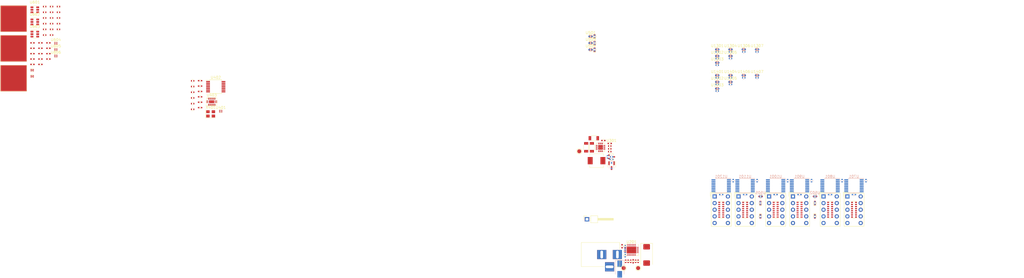
<source format=kicad_pcb>
(kicad_pcb (version 20221018) (generator pcbnew)
  (layers (0 "F.Cu" mixed) (1 "In1.Cu" power) (2 "In2.Cu" power) (31 "B.Cu" mixed) (34 "B.Paste" user) (35 "F.Paste" user) (36 "B.SilkS" user "B.Silkscreen") (37 "F.SilkS" user "F.Silkscreen") (38 "B.Mask" user) (39 "F.Mask" user) (44 "Edge.Cuts" user))
  (net 0 "")
  (net 1 "+12Vin")
  (net 2 "GND")
  (net 3 "Net-(U201-dVdT)")
  (net 4 "+12V")
  (net 5 "Net-(U201-RTN)")
  (net 6 "+3V3")
  (net 7 "Net-(D301-K)")
  (net 8 "Net-(U301-SS{slash}TR)")
  (net 9 "Net-(U601-SNS)")
  (net 10 "Net-(U601-SNSK)")
  (net 11 "Net-(U602-SNS)")
  (net 12 "Net-(U602-SNSK)")
  (net 13 "Net-(U603-SNS)")
  (net 14 "Net-(U603-SNSK)")
  (net 15 "Net-(C607-Pad1)")
  (net 16 "Net-(C608-Pad1)")
  (net 17 "Net-(C609-Pad1)")
  (net 18 "+3.3V")
  (net 19 "Net-(D501-K)")
  (net 20 "Net-(D502-K)")
  (net 21 "Net-(D503-K)")
  (net 22 "Net-(D504-K)")
  (net 23 "Net-(D505-K)")
  (net 24 "Net-(D506-K)")
  (net 25 "Net-(D507-K)")
  (net 26 "POS12_PGOOD")
  (net 27 "POS3P3_PGOOD")
  (net 28 "32768Hz_Clock")
  (net 29 "Count_Reset")
  (net 30 "256Hz_Clock")
  (net 31 "POS3P3_RUN")
  (net 32 "Net-(Q301-D)")
  (net 33 "1Hz_Clock")
  (net 34 "Net-(U201-UVLO)")
  (net 35 "Net-(U201-OVP)")
  (net 36 "Net-(U201-~{SHDN})")
  (net 37 "Net-(U201-ILIM)")
  (net 38 "Net-(U201-IMON)")
  (net 39 "POS24_PGOOD")
  (net 40 "Net-(U301-FB)")
  (net 41 "1Hz_Clock_SRC")
  (net 42 "Net-(R501-Pad2)")
  (net 43 "Net-(R502-Pad2)")
  (net 44 "Net-(R504-Pad2)")
  (net 45 "Net-(R505-Pad2)")
  (net 46 "Net-(R506-Pad2)")
  (net 47 "Net-(SW601-TP)")
  (net 48 "Net-(SW602-TP)")
  (net 49 "Net-(SW603-TP)")
  (net 50 "Net-(U601-OUT)")
  (net 51 "Net-(U602-OUT)")
  (net 52 "Net-(U603-OUT)")
  (net 53 "Net-(U607-C)")
  (net 54 "Net-(U608-C)")
  (net 55 "Count_Enable")
  (net 56 "Seconds_Reset")
  (net 57 "Minutes_Reset")
  (net 58 "Display_Enable")
  (net 59 "Net-(R1301-Pad1)")
  (net 60 "Net-(R1302-Pad1)")
  (net 61 "Stage01_Clock_Out")
  (net 62 "Net-(R1303-Pad1)")
  (net 63 "Stage03_Clock_Out")
  (net 64 "Net-(R1304-Pad1)")
  (net 65 "Stage05_Clock_Out")
  (net 66 "Net-(R1305-Pad1)")
  (net 67 "Net-(R1306-Pad1)")
  (net 68 "Net-(R1401-Pad1)")
  (net 69 "Net-(R1402-Pad1)")
  (net 70 "Net-(R1403-Pad1)")
  (net 71 "Net-(R1404-Pad1)")
  (net 72 "Net-(R1405-Pad1)")
  (net 73 "Net-(R1406-Pad1)")
  (net 74 "Stage01_SEG_A")
  (net 75 "Stage01_SEG_B")
  (net 76 "Stage01_SEG_C")
  (net 77 "Stage01_SEG_D")
  (net 78 "Stage01_SEG_E")
  (net 79 "Stage01_SEG_F")
  (net 80 "Stage01_SEG_G")
  (net 83 "Net-(RN701-R7.2)")
  (net 84 "Net-(RN701-R6.2)")
  (net 85 "Net-(RN701-R5.2)")
  (net 86 "Net-(RN701-R4.2)")
  (net 87 "Net-(RN701-R3.2)")
  (net 88 "Net-(RN701-R2.2)")
  (net 89 "Net-(RN701-R1.2)")
  (net 90 "Stage02_SEG_A")
  (net 91 "Stage02_SEG_B")
  (net 92 "Stage02_SEG_C")
  (net 93 "Stage02_SEG_D")
  (net 94 "Stage02_SEG_E")
  (net 95 "Stage02_SEG_F")
  (net 96 "Stage02_SEG_G")
  (net 99 "Net-(RN801-R7.2)")
  (net 100 "Net-(RN801-R6.2)")
  (net 101 "Net-(RN801-R5.2)")
  (net 102 "Net-(RN801-R4.2)")
  (net 103 "Net-(RN801-R3.2)")
  (net 104 "Net-(RN801-R2.2)")
  (net 105 "Net-(RN801-R1.2)")
  (net 106 "Stage03_SEG_A")
  (net 107 "Stage03_SEG_B")
  (net 108 "Stage03_SEG_C")
  (net 109 "Stage03_SEG_D")
  (net 110 "Stage03_SEG_E")
  (net 111 "Stage03_SEG_F")
  (net 112 "Stage03_SEG_G")
  (net 115 "Net-(RN901-R7.2)")
  (net 116 "Net-(RN901-R6.2)")
  (net 117 "Net-(RN901-R5.2)")
  (net 118 "Net-(RN901-R4.2)")
  (net 119 "Net-(RN901-R3.2)")
  (net 120 "Net-(RN901-R2.2)")
  (net 121 "Net-(RN901-R1.2)")
  (net 122 "Stage04_SEG_A")
  (net 123 "Stage04_SEG_B")
  (net 124 "Stage04_SEG_C")
  (net 125 "Stage04_SEG_D")
  (net 126 "Stage04_SEG_E")
  (net 127 "Stage04_SEG_F")
  (net 128 "Stage04_SEG_G")
  (net 131 "Net-(RN1001-R7.2)")
  (net 132 "Net-(RN1001-R6.2)")
  (net 133 "Net-(RN1001-R5.2)")
  (net 134 "Net-(RN1001-R4.2)")
  (net 135 "Net-(RN1001-R3.2)")
  (net 136 "Net-(RN1001-R2.2)")
  (net 137 "Net-(RN1001-R1.2)")
  (net 138 "Stage05_SEG_A")
  (net 139 "Stage05_SEG_B")
  (net 140 "Stage05_SEG_C")
  (net 141 "Stage05_SEG_D")
  (net 142 "Stage05_SEG_E")
  (net 143 "Stage05_SEG_F")
  (net 144 "Stage05_SEG_G")
  (net 147 "Net-(RN1101-R7.2)")
  (net 148 "Net-(RN1101-R6.2)")
  (net 149 "Net-(RN1101-R5.2)")
  (net 150 "Net-(RN1101-R4.2)")
  (net 151 "Net-(RN1101-R3.2)")
  (net 152 "Net-(RN1101-R2.2)")
  (net 153 "Net-(RN1101-R1.2)")
  (net 154 "Stage06_SEG_A")
  (net 155 "Stage06_SEG_B")
  (net 156 "Stage06_SEG_C")
  (net 157 "Stage06_SEG_D")
  (net 158 "Stage06_SEG_E")
  (net 159 "Stage06_SEG_F")
  (net 160 "Stage06_SEG_G")
  (net 163 "Net-(RN1201-R7.2)")
  (net 164 "Net-(RN1201-R6.2)")
  (net 165 "Net-(RN1201-R5.2)")
  (net 166 "Net-(RN1201-R4.2)")
  (net 167 "Net-(RN1201-R3.2)")
  (net 168 "Net-(RN1201-R2.2)")
  (net 169 "Net-(RN1201-R1.2)")
  (net 221 "Net-(L301-Pad1)")
  (footprint "Custom Footprints Library:Capacitive_Touch_Pad" (layer "F.Cu") (at 80.7466 54.4878)
    (fp_text reference "SW603" hide)
    (fp_text value "Cap_Touch")
  )
  (footprint "Resistors_SMD:R_0402" (layer "F.Cu") (at 149.2396 55.4738)
    (fp_text reference "R401" hide)
    (fp_text value "10k")
  )
  (footprint "Capacitors_SMD:C_1206" (layer "F.Cu") (at 301.9806 80.899 90)
    (fp_text reference "C305" hide)
    (fp_text value "10uF")
  )
  (footprint "TO_SOT_Packages_SMD:SOT-23-6" (layer "F.Cu") (at 88.8681 32.9453)
    (fp_text reference "U602")
    (fp_text value "AT42QT1010-TSHR")
  )
  (footprint "Package_SON:Fairchild_MicroPak2-6_1.0x1.0mm_P0.35mm" (layer "F.Cu") (at 349.927 43.4594)
    (fp_text reference "U1301")
    (fp_text value "74LVC1G97")
  )
  (footprint "Capacitors_SMD:C_0402" (layer "F.Cu") (at 87.9681 45.0703)
    (fp_text reference "C603" hide)
    (fp_text value "10nF")
  )
  (footprint "Resistors_SMD:R_0402" (layer "F.Cu") (at 92.6181 35.7803)
    (fp_text reference "R605" hide)
    (fp_text value "1k")
  )
  (footprint "Capacitors_SMD:C_0402" (layer "F.Cu") (at 152.0896 61.5938)
    (fp_text reference "C404" hide)
    (fp_text value "0.1uF")
  )
  (footprint "Resistors_SMD:R_0402" (layer "F.Cu") (at 315.8546 124.5108 -90)
    (fp_text reference "R208" hide)
    (fp_text value "10k")
  )
  (footprint "Capacitors_SMD:C_0402" (layer "F.Cu") (at 87.9681 47.1303)
    (fp_text reference "C604" hide)
    (fp_text value "0.1uF")
  )
  (footprint "Capacitors_SMD:C_0402" (layer "F.Cu") (at 87.9681 40.9503)
    (fp_text reference "C601" hide)
    (fp_text value "10nF")
  )
  (footprint "Custom Footprints Library:Capacitive_Touch_Pad" (layer "F.Cu") (at 80.7466 31.6738)
    (fp_text reference "SW601" hide)
    (fp_text value "Cap_Touch")
  )
  (footprint "Capacitors_SMD:C_0402" (layer "F.Cu") (at 91.0181 47.1303)
    (fp_text reference "C609" hide)
    (fp_text value "10uF")
  )
  (footprint "Capacitors_SMD:C_0402" (layer "F.Cu") (at 91.0181 45.0703)
    (fp_text reference "C608" hide)
    (fp_text value "10uF")
  )
  (footprint "Connector_PinHeader_2.54mm:PinHeader_1x01_P2.54mm_Horizontal" (layer "F.Cu") (at 300.1036 108.423)
    (fp_text reference "TP201" hide)
    (fp_text value "TP")
  )
  (footprint "Capacitors_SMD:C_0402" (layer "F.Cu") (at 87.9681 43.0103)
    (fp_text reference "C602" hide)
    (fp_text value "10nF")
  )
  (footprint "Capacitors_SMD:C_0402" (layer "F.Cu") (at 94.0681 45.0703)
    (fp_text reference "C613" hide)
    (fp_text value "0.1uF")
  )
  (footprint "Capacitors_SMD:C_0402" (layer "F.Cu") (at 306.3748 78.3082)
    (fp_text reference "C304" hide)
    (fp_text value "0.1uF")
  )
  (footprint "LEDs:LED_0402" (layer "F.Cu") (at 302.9966 41.021 90)
    (fp_text reference "D504" hide)
    (fp_text value "Green")
  )
  (footprint "MountingHole:MountingHole_3mm" (layer "F.Cu") (at 110.5872 56.4954)
    (fp_text reference "H1502" hide)
    (fp_text value "3mm")
  )
  (footprint "Package_SON:Fairchild_MicroPak2-6_1.0x1.0mm_P0.35mm" (layer "F.Cu") (at 301.4726 41.021)
    (fp_text reference "U503")
    (fp_text value "74LVC1G97")
  )
  (footprint "Display_7Segment:HDSP-A151" (layer "F.Cu") (at 369.7604 99.7046)
    (fp_text reference "U1002" hide)
    (fp_text value "HDSP-7503")
  )
  (footprint "Package_TO_SOT_SMD:SOT-23" (layer "F.Cu") (at 309.499 87.9117 -90)
    (fp_text reference "Q302" hide)
    (fp_text value "ZXMS6004FFTA")
  )
  (footprint "Custom Footprints Library:Test_Point" (layer "F.Cu") (at 297.1546 82.423)
    (fp_text reference "TP301" hide)
    (fp_text value "TP")
  )
  (footprint "Resistors_SMD:R_0402" (layer "F.Cu") (at 149.2396 64.1938)
    (fp_text reference "R405" hide)
    (fp_text value "10k")
  )
  (footprint "Capacitors_SMD:C_0402" (layer "F.Cu") (at 308.8132 79.4258)
    (fp_text reference "C303" hide)
    (fp_text value "10nF")
  )
  (footprint "Package_SON:Fairchild_MicroPak2-6_1.0x1.0mm_P0.35mm" (layer "F.Cu") (at 360.087 53.3654)
    (fp_text reference "U1406")
    (fp_text value "74LVC1G97")
  )
  (footprint "LEDs:LED_0402" (layer "F.Cu") (at 302.9966 38.481 90)
    (fp_text reference "D501" hide)
    (fp_text value "Green")
  )
  (footprint "Resistors_SMD:R_0402" (layer "F.Cu") (at 95.2681 37.9603)
    (fp_text reference "R612" hide)
    (fp_text value "10k")
  )
  (footprint "TO_SOT_Packages_SMD:SOT-23-6" (layer "F.Cu") (at 88.8681 37.5953)
    (fp_text reference "U603")
    (fp_text value "AT42QT1010-TSHR")
  )
  (footprint "Resistors_SMD:R_0402" (layer "F.Cu") (at 308.8132 81.4832 180)
    (fp_text reference "R304" hide)
    (fp_text value "562k")
  )
  (footprint "Package_SON:Fairchild_MicroPak2-6_1.0x1.0mm_P0.35mm" (layer "F.Cu") (at 96.9081 45.9703)
    (fp_text reference "U606")
    (fp_text value "74LVC1G97")
  )
  (footprint "Resistor_SMD:R_Cat16-8" (layer "F.Cu") (at 351.4596 104.775)
    (fp_text reference "RN1201" hide)
    (fp_text value "1k")
  )
  (footprint "Capacitors_SMD:C_0402" (layer "F.Cu") (at 94.0681 43.0103)
    (fp_text reference "C612" hide)
    (fp_text value "0.1uF")
  )
  (footprint "Resistors_SMD:R_0402" (layer "F.Cu") (at 92.6181 27.0603)
    (fp_text reference "R601" hide)
    (fp_text value "1k")
  )
  (footprint "Capacitors_SMD:C_0402" (layer "F.Cu") (at 94.0681 40.9503)
    (fp_text reference "C611" hide)
    (fp_text value "0.1uF")
  )
  (footprint "Resistors_SMD:R_0402" (layer "F.Cu") (at 97.9181 29.2403)
    (fp_text reference "R614" hide)
    (fp_text value "10k")
  )
  (footprint "Resistors_SMD:R_0402" (layer "F.Cu") (at 95.2681 35.7803)
    (fp_text reference "R611" hide)
    (fp_text value "10k")
  )
  (footprint "Connectors:BARREL_JACK" (layer "F.Cu") (at 311.7398 121.92)
    (fp_text reference "J201" hide)
    (fp_text value "+12V IN")
  )
  (footprint "Resistors_SMD:R_0402" (layer "F.Cu") (at 92.6181 31.4203)
    (fp_text reference "R603" hide)
    (fp_text value "1k")
  )
  (footprint "Resistors_SMD:R_0402" (layer "F.Cu") (at 149.2396 62.0138)
    (fp_text reference "R404" hide)
    (fp_text value "10k")
  )
  (footprint "Package_SON:Fairchild_MicroPak2-6_1.0x1.0mm_P0.35mm" (layer "F.Cu") (at 349.927 58.4454)
    (fp_text reference "U1403")
    (fp_text value "74LVC1G97")
  )
  (footprint "Package_SON:Fairchild_MicroPak2-6_1.0x1.0mm_P0.35mm" (layer "F.Cu") (at 96.9081 43.5503)
    (fp_text reference "U605")
    (fp_text value "74LVC1G97")
  )
  (footprint "Custom Footprints Library:Test_Point" (layer "F.Cu") (at 319.6646 127.1016)
    (fp_text reference "TP203" hide)
    (fp_text value "TP_Pad")
  )
  (footprint "Resistors_SMD:R_0402" (layer "F.Cu") (at 308.8132 82.55 180)
    (fp_text reference "R302" hide)
    (fp_text value "10k")
  )
  (footprint "LEDs:LED_0402" (layer "F.Cu") (at 366.4456 102.235 90)
    (fp_text reference "D506" hide)
    (fp_text value "Red")
  )
  (footprint "LEDs:LED_0402" (layer "F.Cu") (at 387.2736 102.235 90)
    (fp_text reference "D502" hide)
    (fp_text value "Red")
  )
  (footprint "Capacitors_SMD:C_0402" (layer "F.Cu") (at 152.0896 59.5338)
    (fp_text reference "C403" hide)
    (fp_text value "1nF")
  )
  (footprint "Custom Footprints Library:Test_Point" (layer "F.Cu") (at 314.1274 127.1016)
    (fp_text reference "TP202" hide)
    (fp_text value "TP_Pad")
  )
  (footprint "Capacitors_SMD:C_0402" (layer "F.Cu") (at 313.5178 118.745 90)
    (fp_text reference "C202" hide)
    (fp_text value "0.1uF")
  )
  (footprint "Capacitor_Tantalum_SMD:CP_EIA-7343-43_Kemet-X" (layer "F.Cu") (at 322.9158 122.0724 -90)
    (fp_text reference "C203" hide)
    (fp_text value "100uF")
  )
  (footprint "Resistors_SMD:R_0402" (layer "F.Cu") (at 97.9181 35.7803)
    (fp_text reference "R617" hide)
    (fp_text value "10k")
  )
  (footprint "Package_SON:Fairchild_MicroPak2-6_1.0x1.0mm_P0.35mm" (layer "F.Cu") (at 349.927 48.5394)
    (fp_text reference "U1303")
    (fp_text value "74LVC1G97")
  )
  (footprint "Resistors_SMD:R_0402" (layer "F.Cu") (at 95.2681 29.2403)
    (fp_text reference "R608" hide)
    (fp_text value "10k")
  )
  (footprint "Package_SON:Fairchild_MicroPak2-6_1.0x1.0mm_P0.35mm" (layer "F.Cu") (at 355.007 43.4594)
    (fp_text reference "U1304")
    (fp_text value "74LVC1G97")
  )
  (footprint "Housings_DFN_QFN:QFN-24-1EP_4x5mm_Pitch0.5mm" (layer "F.Cu") (at 317.1246 120.1674 -90)
    (fp_text reference "U201")
    (fp_text value "TPS26600RHFT")
  )
  (footprint "Resistors_SMD:R_0402" (layer "F.Cu") (at 149.2396 57.6538)
    (fp_text reference "R402" hide)
    (fp_text value "10k")
  )
  (footprint "Capacitors_SMD:C_0402" (layer "F.Cu") (at 91.0181 43.0103)
    (fp_text reference "C607" hide)
    (fp_text value "10uF")
  )
  (footprint "Capacitors_SMD:C_1206" (layer "F.Cu") (at 299.7962 80.899 90)
    (fp_text reference "C306" hide)
    (fp_text value "10uF")
  )
  (footprint "Resistor_SMD:R_Cat16-8" (layer "F.Cu") (at 402.2596 104.775)
    (fp_text reference "RN701" hide)
    (fp_text value "1k")
  )
  (footprint "Custom Footprints Library:Capacitive_Touch_Pad" (layer "F.Cu") (at 80.7466 43.0808)
    (fp_text reference "SW602" hide)
    (fp_text value "Cap_Touch")
  )
  (footprint "Display_7Segment:HDSP-A151" (layer "F.Cu") (at 378.9044 99.7046)
    (fp_text reference "U902" hide)
    (fp_text value "HDSP-7503")
  )
  (footprint "Capacitors_SMD:C_0402" (layer "F.Cu") (at 91.0181 40.9503)
    (fp_text reference "C606" hide)
    (fp_text value "0.1uF")
  )
  (footprint "Package_SON:Texas_X2SON-5_0.8x0.8mm_P0.48mm" (layer "F.Cu") (at 87.8681 53.7453)
    (fp_text reference "U608" hide)
    (fp_text value "74LVC1G80")
  )
  (footprint "Resistors_SMD:R_0402" (layer "F.Cu") (at 95.2681 33.6003)
    (fp_text reference "R610" hide)
    (fp_text value "10k")
  )
  (footprint "TO_SOT_Packages_SMD:SOT-23-6" (layer "F.Cu") (at 88.8681 28.2953)
    (fp_text reference "U601")
    (fp_text value "AT42QT1010-TSHR")
  )
  (footprint "Capacitors_SMD:C_0402" (layer "F.Cu") (at 317.7596 124.5108 -90)
    (fp_text reference "C201" hide)
    (fp_text value "10nF")
  )
  (footprint "Package_SON:Fairchild_MicroPak2-6_1.0x1.0mm_P0.35mm" (layer "F.Cu") (at 355.007 55.9054)
    (fp_text reference "U1405")
    (fp_text value "74LVC1G97")
  )
  (footprint "LEDs:LED_0402" (layer "F.Cu") (at 302.9966 43.561 90)
    (fp_text reference "D505" hide)
    (fp_text value "Green")
  )
  (footprint "Resistors_SMD:R_0402" (layer "F.Cu") (at 149.2396 59.8338)
    (fp_text reference "R403" hide)
    (fp_text value "10k")
  )
  (footprint "Resistors_SMD:R_0402" (layer "F.Cu") (at 97.9181 27.0603)
    (fp_text reference "R613" hide)
    (fp_text value "10k")
  )
  (footprint "Package_SON:Fairchild_MicroPak2-6_1.0x1.0mm_P0.35mm" (layer "F.Cu") (at 349.927 45.9994)
    (fp_text reference "U1302")
    (fp_text value "74LVC1G97")
  )
  (footprint "Package_SON:Fairchild_MicroPak2-6_1.0x1.0mm_P0.35mm" (layer "F.Cu") (at 159.9796 67.0938)
    (fp_text reference "U401")
    (fp_text value "74LVC1G97")
  )
  (footprint "Resistors_SMD:R_0402" (layer "F.Cu") (at 308.8132 80.4164)
    (fp_text reference "R305" hide)
    (fp_text value "180k")
  )
  (footprint "Package_SON:Fairchild_MicroPak2-6_1.0x1.0mm_P0.35mm" (layer "F.Cu") (at 349.927 55.9054)
    (fp_text reference "U1402")
    (fp_text value "74LVC1G97")
  )
  (footprint "Package_SON:Texas_X2SON-5_0.8x0.8mm_P0.48mm" (layer "F.Cu") (at 87.8681 51.3953)
    (fp_text reference "U607" hide)
    (fp_text value "74LVC1G80")
  )
  (footprint "Package_SON:Fairchild_MicroPak2-6_1.0x1.0mm_P0.35mm" (layer "F.Cu") (at 355.007 45.9994)
    (fp_text reference "U1305")
    (fp_text value "74LVC1G97")
  )
  (footprint "Package_SON:Fairchild_MicroPak2-6_1.0x1.0mm_P0.35mm" (layer "F.Cu") (at 365.167 43.4594)
    (fp_text reference "U1307")
    (fp_text value "74LVC1G97")
  )
  (footprint "Oscillator:Oscillator_SMD_Abracon_ASE-4Pin_3.2x2.5mm" (layer "F.Cu") (at 156.1396 68.1088)
    (fp_text reference "X401")
    (fp_text value "ECS-327KE")
  )
  (footprint "Resistor_SMD:R_Cat16-8" (layer "F.Cu") (at 360.6036 104.775)
    (fp_text reference "RN1101" hide)
    (fp_text value "1k")
  )
  (footprint "Display_7Segment:HDSP-A151" (layer "F.Cu") (at 348.9324 99.7046)
    (fp_text reference "U1202" hide)
    (fp_text value "HDSP-7503")
  )
  (footprint "Resistors_SMD:R_0402" (layer "F.Cu") (at 314.8894 124.5108 90)
    (fp_text reference "R204" hide)
    (fp_text value "10k")
  )
  (footprint "Capacitors_SMD:C_0402" (layer "F.Cu") (at 152.0896 63.6538)
    (fp_text reference "C405" hide)
    (fp_text value "0.1uF")
  )
  (footprint "Resistor_SMD:R_Cat16-8" (layer "F.Cu") (at 381.4316 104.775)
    (fp_text reference "RN901" hide)
    (fp_text value "1k")
  )
  (footprint "Resistors_SMD:R_0402" (layer "F.Cu") (at 319.6646 124.5108 90)
    (fp_text reference "R206" hide)
    (fp_text value "13k")
  )
  (footprint "MountingHole:MountingHole_3mm" (layer "F.Cu") (at 110.5872 71.5954)
    (fp_text reference "H1504" hide)
    (fp_text value "3mm")
  )
  (footprint "Package_SON:Fairchild_MicroPak2-6_1.0x1.0mm_P0.35mm" (layer "F.Cu") (at 355.007 53.3654)
    (fp_text reference "U1404")
    (fp_text value "74LVC1G97")
  )
  (footprint "Custom Footprints Library:DHVQFN16-1ep_3p5x2p5mm" (layer "F.Cu") (at 156.5396 63.4588)
    (fp_text reference "U403")
    (fp_text value "CD4040" hide)
  )
  (footprint "Capacitors_SMD:C_0402" (layer "F.Cu") (at 91.0181 49.1903)
    (fp_text reference "C610" hide)
    (fp_text value "0.1uF")
  )
  (footprint "Resistors_SMD:R_0402" (layer "F.Cu") (at 92.6181 37.9603)
    (fp_text reference "R606" hide)
    (fp_text value "1k")
  )
  (footprint "Package_SON:Fairchild_MicroPak2-6_1.0x1.0mm_P0.35mm" (layer "F.Cu") (at 301.4726 38.481)
    (fp_text reference "U501")
    (fp_text value "74LVC1G97")
  )
  (footprint "Capacitors_SMD:C_0402" (layer "F.Cu") (at 94.0681 47.1303)
    (fp_text reference "C614" hide)
    (fp_text value "0.1uF")
  )
  (footprint "Resistors_SMD:R_0402" (layer "F.Cu") (at 316.8198 124.5108 -90)
    (fp_text reference "R205" hide)
    (fp_text value "10k")
  )
  (footprint "Package_SON:Fairchild_MicroPak2-6_1.0x1.0mm_P0.35mm" (layer "F.Cu") (at 96.9081 41.1303)
    (fp_text reference "U604")
    (fp_text value "74LVC1G97")
  )
  (footprint "Display_7Segment:HDSP-A151" (layer "F.Cu") (at 399.7324 99.7046)
    (fp_text reference "U702" hide)
    (fp_text value "HDSP-7503")
  )
  (footprint "Resistors_SMD:R_0402" (layer "F.Cu") (at 92.6181 29.2403)
    (fp_text reference "R602" hide)
    (fp_text value "1k")
  )
  (footprint "LEDs:LED_0402" (layer "F.Cu") (at 366.4456 107.315 -90)
    (fp_text reference "D507" hide)
    (fp_text value "Red")
  )
  (footprint "Resistors_SMD:R_0402" (layer "F.Cu") (at 97.9181 31.4203)
    (fp_text reference "R615" hide)
    (fp_text value "10k")
  )
  (footprint "Resistors_SMD:R_0402" (layer "F.Cu") (at 95.2681 31.4203)
    (fp_text reference "R609" hide)
    (fp_text value "10k")
  )
  (footprint "Resistors_SMD:R_0402" (layer "F.Cu") (at 97.9181 33.6003)
    (fp_text reference "R616" hide)
    (fp_text value "10k")
  )
  (footprint "Housings_DFN_QFN:QFN-16-1EP_3x3mm_Pitch0.5mm" (layer "F.Cu") (at 305.2826 80.9244 90)
    (fp_text reference "U301")
    (fp_text value "TPS62130A")
  )
  (footprint "Capacitors_SMD:C_0402" (layer "F.Cu") (at 152.0896 57.4738)
    (fp_text reference "C402" hide)
    (fp_text value "10nF")
  )
  (footprint "Package_SON:Fairchild_MicroPak2-6_1.0x1.0mm_P0.35mm" (layer "F.Cu") (at 349.927 53.3654)
    (fp_text reference "U1401")
    (fp_text value "74LVC1G97")
  )
  (footprint "Package_SON:Fairchild_MicroPak2-6_1.0x1.0mm_P0.35mm" (layer "F.Cu") (at 365.167 53.3654)
    (fp_text reference "U1407")
    (fp_text value "74LVC1G97")
  )
  (footprint "Resistors_SMD:R_0402" (layer "F.Cu") (at 149.2396 66.3738)
    (fp_text reference "R406" hide)
    (fp_text value "10k")
  )
  (footprint "LEDs:LED_0402" (layer "F.Cu") (at 387.2736 107.315 -90)
    (fp_text reference "D503" hide)
    (fp_text value "Red")
  )
  (footprint "Resistor_SMD:R_Cat16-8" (layer "F.Cu") (at 393.1156 104.775)
    (fp_text reference "RN801" hide)
    (fp_text value "1k")
  )
  (footprint "Inductors_SMD:L_Vishay_IHLP-2020" (layer "F.Cu") (at 303.7586 86.0044 180)
    (fp_text reference "L301" hide)
    (fp_text value "2.2u")
  )
  (footprint "Housings_SSOP:TSSOP-14_4.4x5mm_Pitch0.65mm" (layer "F.Cu") (at 158.0896 57.7088)
    (fp_text reference "U402")
    (fp_text value "CD4024")
  )
  (footprint "Resistors_SMD:R_0402" (layer "F.Cu") (at 95.2681 27.0603)
    (fp_text reference "R607" hide)
    (fp_text value "10k")
  )
  (footprint "Capacitors_SMD:C_1206" (layer "F.Cu") (at 302.7172 77.4192 180)
    (fp_text reference "C301" hide)
    (fp_text value "10uF")
  )
  (footprint "MountingHole:MountingHole_3mm" (layer "F.Cu") (at 110.5872 64.0454)
    (fp_text reference "H1503" hide)
    (fp_text value "3mm")
  )
  (footprint "Display_7Segment:HDSP-A151" (layer "F.Cu") (at 390.5884 99.7046)
    (fp_text reference "U802" hide)
    (fp_text value "HDSP-7503")
  )
  (footprint "Display_7Segment:HDSP-A151" (layer "F.Cu") (at 358.0764 99.7046)
    (fp_text reference "U1102" hide)
    (fp_text value "HDSP-7503")
  )
  (footprint "Capacitors_SMD:C_0402" (layer "F.Cu") (at 366.5206 99.695)
    (fp_text reference "C505" hide)
    (fp_text value "0.1uF")
  )
  (footprint "Resistors_SMD:R_0402" (layer "F.Cu") (at 92.6181 33.6003)
    (fp_text reference "R604" hide)
    (fp_text value "1k")
  )
  (footprint "Capacitors_SMD:C_0402" (layer "F.Cu") (at 152.0896 65.7138)
    (fp_text reference "C406" hide)
    (fp_text value "0.1uF")
  )
  (footprint "Resistor_SMD:R_Cat16-8" (layer "F.Cu") (at 372.2876 104.775)
    (fp_text reference "RN1001" hide)
    (fp_text value "1k")
  )
  (footprint "Capacitors_SMD:C_0402" (layer "F.Cu") (at 87.9681 49.1903)
    (fp_text reference "C605" hide)
    (fp_text value "0.1uF")
  )
  (footprint "Capacitors_SMD:C_0402" (layer "F.Cu") (at 152.0896 55.4138)
    (fp_text reference "C401" hide)
    (fp_text value "0.1uF")
  )
  (footprint "Resistors_SMD:R_0402" (layer "F.Cu") (at 318.6994 124.5108 -90)
    (fp_text reference "R207" hide)
    (fp_text value "5.11k")
  )
  (footprint "Package_SON:Fairchild_MicroPak2-6_1.0x1.0mm_P0.35mm" (layer "F.Cu") (at 301.4726 43.561)
    (fp_text reference "U504")
    (fp_text value "74LVC1G97")
  )
  (footprint "MountingHole:MountingHole_3mm" (layer "F.Cu") (at 110.5872 48.9454)
    (fp_text reference "H1501" hide)
    (fp_text value "3mm")
  )
  (footprint "Package_TO_SOT_SMD:SOT-323_SC-70" (layer "F.Cu") (at 309.499 84.5566)
    (fp_text reference "Q301" hide)
    (fp_text value "BSS214NW")
  )
  (footprint "Package_SON:Fairchild_MicroPak2-6_1.0x1.0mm_P0.35mm" (layer "F.Cu") (at 360.087 43.4594)
    (fp_text reference "U1306")
    (fp_text value "74LVC1G97")
  )
  (footprint "Capacitors_SMD:C_0402" (layer "F.Cu") (at 387.336 99.695)
    (fp_text reference "C502" hide)
    (fp_text value "0.1uF")
  )
  (footprint "Resistors_SMD:R_0402" (layer "B.Cu") (at 360.087 54.2798 180)
    (fp_text reference "R1406" hide)
    (fp_text value "10k")
  )
  (footprint "Capacitors_SMD:C_0402" (layer "B.Cu") (at 355.007 53.3654 180)
    (fp_text reference "C1404" hide)
    (fp_text value "0.1uF")
  )
  (footprint "Resistors_SMD:R_0402" (layer "B.Cu") (at 376.86419 93.6498 -90)
    (fp_text reference "R1001" hide)
    (fp_text value "10k")
  )
  (footprint "Package_SON:Fairchild_MicroPak2-6_1.0x1.0mm_P0.35mm" (layer "B.Cu") (at 387.336 99.695 180)
    (fp_text reference "U502")
    (fp_text value "74LVC1G97")
  )
  (footprint "Resistors_SMD:R_0402" (layer "B.Cu") (at 356.03619 93.6498 -90)
    (fp_text reference "R1201" hide)
    (fp_text value "10k")
  )
  (footprint "Resistors_SMD:R_0402" (layer "B.Cu") (at 365.167 44.3738 180)
    (fp_text reference "R1307" hide)
    (fp_text value "10k")
  )
  (footprint "Capacitors_SMD:C_0402" (layer "B.Cu") (at 360.5784 98.9838)
    (fp_text reference "C1101" hide)
    (fp_text value "0.1uF")
  )
  (footprint "Housings_SSOP:TSSOP-16_4.4x5mm_Pitch0.65mm" (layer "B.Cu") (at 360.5784 95.6048 180)
    (fp_text reference "U1101")
    (fp_text value "4026")
  )
  (footprint "Diode_SMD:D_SOD-323" (layer "B.Cu") (at 309.499 87.9117 -90)
    (fp_text reference "D301" hide)
    (fp_text value "BAT48JFILM")
  )
  (footprint "Capacitors_SMD:C_0402" (layer "B.Cu") (at 355.007 45.9994 180)
    (fp_text reference "C1305" hide)
    (fp_text value "0.1uF")
  )
  (footprint "Resistors_SMD:R_0402" (layer "B.Cu") (at 366.4456 102.235 90)
    (fp_text reference "R506" hide)
    (fp_text value "1k")
  )
  (footprint "Capacitors_SMD:C_0402" (layer "B.Cu") (at 365.167 53.3654 180)
    (fp_text reference "C1407" hide)
    (fp_text value "0.1uF")
  )
  (footprint "Resistors_SMD:R_0402" (layer "B.Cu") (at 387.2736 102.235 90)
    (fp_text reference "R502" hide)
    (fp_text value "1k")
  )
  (footprint "Housings_SSOP:TSSOP-16_4.4x5mm_Pitch0.65mm" (layer "B.Cu") (at 393.0904 95.6048 180)
    (fp_text reference "U801")
    (fp_text value "4026")
  )
  (footprint "Housings_SSOP:TSSOP-16_4.4x5mm_Pitch0.65mm" (layer "B.Cu") (at 402.2344 95.6048 180)
    (fp_text reference "U701")
    (fp_text value "4026")
  )
  (footprint "Resistors_SMD:R_0402" (layer "B.Cu") (at 302.9966 41.021 90)
    (fp_text reference "R504" hide)
    (fp_text value "1k")
  )
  (footprint "Package_SON:Fairchild_MicroPak2-6_1.0x1.0mm_P0.35mm" (layer "B.Cu") (at 366.5206 99.695 180)
    (fp_text reference "U505")
    (fp_text value "74LVC1G97")
  )
  (footprint "Capacitors_SMD:C_0402" (layer "B.Cu") (at 349.927 53.3654 180)
    (fp_text reference "C1401" hide)
    (fp_text value "0.1uF")
  )
  (footprint "Capacitors_SMD:C_0402" (layer "B.Cu") (at 349.927 58.4454 180)
    (fp_text reference "C1403" hide)
    (fp_text value "0.1uF")
  )
  (footprint "Resistors_SMD:R_0402" (layer "B.Cu") (at 349.927 54.2798 180)
    (fp_text reference "R1401" hide)
    (fp_text value "10k")
  )
  (footprint "Capacitors_SMD:C_0402" (layer "B.Cu") (at 365.167 43.4594 180)
    (fp_text reference "C1307" hide)
    (fp_text value "0.1uF")
  )
  (footprint "Resistors_SMD:R_0402" (layer "B.Cu") (at 355.007 46.9138 180)
    (fp_text reference "R1305" hide)
    (fp_text value "10k")
  )
  (footprint "Resistors_SMD:R_0402" (layer "B.Cu") (at 366.4456 107.315 -90)
    (fp_text reference "R507" hide)
    (fp_text value "1k")
  )
  (footprint "Resistors_SMD:R_0402" (layer "B.Cu") (at 314.7116 120.65 -90)
    (fp_text reference "R202" hide)
    (fp_text value "1.15k")
  )
  (footprint "Housings_SSOP:TSSOP-16_4.4x5mm_Pitch0.65mm" (layer "B.Cu") (at 351.4344 95.6048 180)
    (fp_text reference "U1201")
    (fp_text value "4026")
  )
  (footprint "Capacitors_SMD:C_0402" (layer "B.Cu") (at 349.927 45.9994 180)
    (fp_text reference "C1302" hide)
    (fp_text value "0.1uF")
  )
  (footprint "Resistors_SMD:R_0402" (layer "B.Cu") (at 349.927 56.8198 180)
    (fp_text reference "R1402" hide)
    (fp_text value "10k")
  )
  (footprint "Capacitors_SMD:C_0402" (layer "B.Cu") (at 301.4726 38.481 180)
    (fp_text reference "C501" hide)
    (fp_text value "0.1uF")
  )
  (footprint "Resistors_SMD:R_0402" (layer "B.Cu") (at 349.927 46.9138 180)
    (fp_text reference "R1302" hide)
    (fp_text value "10k")
  )
  (footprint "Capacitors_SMD:C_0402" (layer "B.Cu") (at 355.007 55.9054 180)
    (fp_text reference "C1405" hide)
    (fp_text value "0.1uF")
  )
  (footprint "Capacitors_SMD:C_0402" (layer "B.Cu") (at 349.927 48.5394 180)
    (fp_text reference "C1303" hide)
    (fp_text value "0.1uF")
  )
  (footprint "Resistors_SMD:R_0402" (layer "B.Cu") (at 355.007 54.2798 180)
    (fp_text reference "R1404" hide)
    (fp_text value "10k")
  )
  (footprint "Resistors_SMD:R_0402" (layer "B.Cu") (at 386.00819 93.6498 -90)
    (fp_text reference "R901" hide)
    (fp_text value "10k")
  )
  (footprint "Capacitors_SMD:C_0402" (layer "B.Cu") (at 360.087 43.4594 180)
    (fp_text reference "C1306" hide)
    (fp_text value "0.1uF")
  )
  (footprint "Resistors_SMD:R_0402" (layer "B.Cu") (at 302.9966 38.481 90)
    (fp_text reference "R501" hide)
    (fp_text value "1k")
  )
  (footprint "Housings_SSOP:TSSOP-16_4.4x5mm_Pitch0.65mm" (layer "B.Cu") (at 381.4064 95.6048 180)
    (fp_text reference "U901")
    (fp_text value "4026")
  )
  (footprint "Resistors_SMD:R_0402" (layer "B.Cu") (at 355.007 44.3738 180)
    (fp_text reference "R1304" hide)
    (fp_text value "10k")
  )
  (footprint "Capacitors_SMD:C_0402" (layer "B.Cu") (at 309.499 85.5472)
    (fp_text reference "C302" hide)
    (fp_text value "10uF")
  )
  (footprint "Resistors_SMD:R_0402" (layer "B.Cu") (at 314.7116 118.9228 -90)
    (fp_text reference "R201" hide)
    (fp_text value "51.1k")
  )
  (footprint "Resistors_SMD:R_0402" (layer "B.Cu") (at 365.18019 93.6498 -90)
    (fp_text reference "R1101" hide)
    (fp_text value "10k")
  )
  (footprint "Resistors_SMD:R_0402" (layer "B.Cu") (at 355.007 56.8198 180)
    (fp_text reference "R1405" hide)
    (fp_text value "10k")
  )
  (footprint "Capacitors_SMD:C_0402" (layer "B.Cu") (at 301.4726 41.021 180)
    (fp_text reference "C503" hide)
    (fp_text value "0.1uF")
  )
  (footprint "Capacitors_SMD:C_0402" (layer "B.Cu") (at 381.4064 98.9838)
    (fp_text reference "C901" hide)
    (fp_text value "0.1uF")
  )
  (footprint "Resistors_SMD:R_0402" (layer "B.Cu") (at 314.7116 122.3518 -90)
    (fp_text reference "R203" hide)
    (fp_text value "5.11k")
  )
  (footprint "Resistors_SMD:R_0402" (layer "B.Cu") (at 309.499 84.5566)
    (fp_text reference "R303" hide)
    (fp_text value "10k")
  )
  (footprint "Capacitors_SMD:C_0402" (layer "B.Cu") (at 349.927 43.4594 180)
    (fp_text reference "C1301" hide)
    (fp_text value "0.1uF")
  )
  (footprint "Resistors_SMD:R_0402" (layer "B.Cu") (at 360.087 44.3738 180)
    (fp_text reference "R1306" hide)
    (fp_text value "10k")
  )
  (footprint "Resistors_SMD:R_0402" (layer "B.Cu") (at 397.69219 93.6498 -90)
    (fp_text reference "R801" hide)
    (fp_text value "10k")
  )
  (footprint "Capacitors_SMD:C_0402" (layer "B.Cu") (at 402.2344 98.9838)
    (fp_text reference "C701" hide)
    (fp_text value "0.1uF")
  )
  (footprint "Capacitors_SMD:C_0402" (layer "B.Cu") (at 301.4726 43.561 180)
    (fp_text reference "C504" hide)
    (fp_text value "0.1uF")
  )
  (footprint "Resistors_SMD:R_0402" (layer "B.Cu") (at 349.927 49.4538 180)
    (fp_text reference "R1303" hide)
    (fp_text value "10k")
  )
  (footprint "Capacitors_SMD:C_0402" (layer "B.Cu") (at 393.0904 98.9838)
    (fp_text reference "C801" hide)
    (fp_text value "0.1uF")
  )
  (footprint "Resistors_SMD:R_0402" (layer "B.Cu") (at 406.83619 93.6498 -90)
    (fp_text reference "R701" hide)
    (fp_text value "10k")
  )
  (footprint "Capacitors_SMD:C_0402" (layer "B.Cu") (at 360.087 53.3654 180)
    (fp_text reference "C1406" hide)
    (fp_text value "0.1uF")
  )
  (footprint "Resistors_SMD:R_0402" (layer "B.Cu") (at 365.167 54.2798 180)
    (fp_text reference "R1407" hide)
    (fp_text value "10k")
  )
  (footprint "Capacitors_SMD:C_0402" (layer "B.Cu") (at 372.2624 98.9838)
    (fp_text reference "C1001" hide)
    (fp_text value "0.1uF")
  )
  (footprint "Capacitors_SMD:C_0402" (layer "B.Cu") (at 349.927 55.9054 180)
    (fp_text reference "C1402" hide)
    (fp_text value "0.1uF")
  )
  (footprint "Resistors_SMD:R_0402" (layer "B.Cu") (at 307.975 84.5566 90)
    (fp_text reference "R301" hide)
    (fp_text value "10")
  )
  (footprint "Resistors_SMD:R_0402" (layer "B.Cu") (at 302.9966 43.561 90)
    (fp_text reference "R505" hide)
    (fp_text value "1k")
  )
  (footprint "Resistors_SMD:R_0402" (layer "B.Cu") (at 387.2736 107.315 -90)
    (fp_text reference "R503" hide)
    (fp_text value "1k")
  )
  (footprint "Diodes_SMD:D_SMA" (layer "B.Cu") (at 312.6238 127.4656 -90)
    (fp_text reference "D201" hide)
    (fp_text value "24V")
  )
  (footprint "Resistors_SMD:R_0402" (layer "B.Cu") (at 349.927 59.3598 180)
    (fp_text reference "R1403" hide)
    (fp_text value "10k")
  )
  (footprint "Resistors_SMD:R_0402" (layer "B.Cu") (at 349.927 44.3738 180)
    (fp_text reference "R1301" hide)
    (fp_text value "10k")
  )
  (footprint "Housings_SSOP:TSSOP-16_4.4x5mm_Pitch0.65mm" (layer "B.Cu") (at 372.2624 95.6048 180)
    (fp_text reference "U1001")
    (fp_text value "4026")
  )
  (footprint "Capacitors_SMD:C_0402" (layer "B.Cu") (at 355.007 43.4594 180)
    (fp_text reference "C1304" hide)
    (fp_text value "0.1uF")
  )
  (footprint "Capacitors_SMD:C_0402" (layer "B.Cu") (at 351.4344 98.9838)
    (fp_text reference "C1201" hide)
    (fp_text value "0.1uF")
  )
)
</source>
